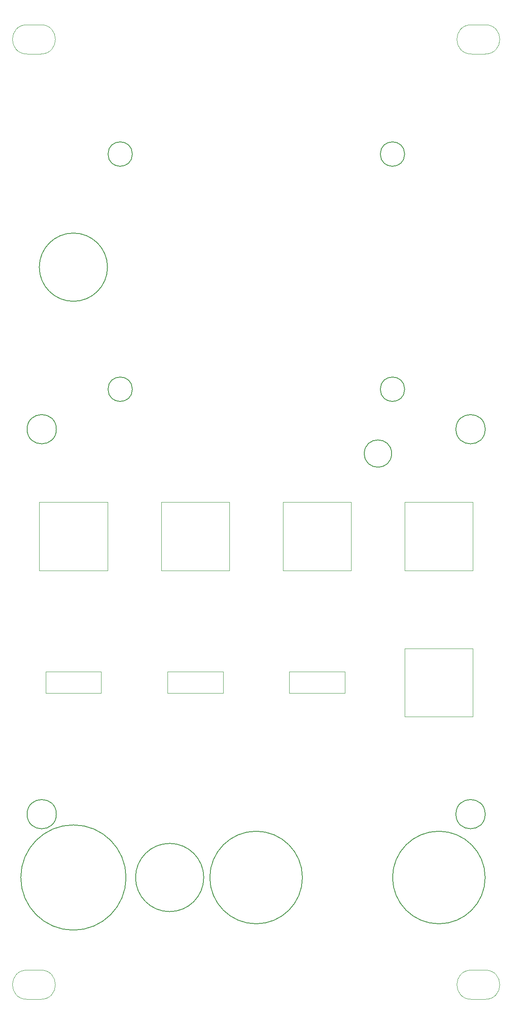
<source format=gbr>
G04 #@! TF.GenerationSoftware,KiCad,Pcbnew,6.0.9-8da3e8f707~117~ubuntu22.04.1*
G04 #@! TF.CreationDate,2022-11-29T22:26:16-05:00*
G04 #@! TF.ProjectId,dso138_panel,64736f31-3338-45f7-9061-6e656c2e6b69,rev?*
G04 #@! TF.SameCoordinates,Original*
G04 #@! TF.FileFunction,Other,Comment*
%FSLAX46Y46*%
G04 Gerber Fmt 4.6, Leading zero omitted, Abs format (unit mm)*
G04 Created by KiCad (PCBNEW 6.0.9-8da3e8f707~117~ubuntu22.04.1) date 2022-11-29 22:26:16*
%MOMM*%
%LPD*%
G01*
G04 APERTURE LIST*
%ADD10C,0.150000*%
%ADD11C,0.100000*%
%ADD12C,0.120000*%
G04 APERTURE END LIST*
D10*
G04 #@! TO.C,H22*
X111700000Y119600000D02*
G75*
G03*
X111700000Y119600000I-2800000J0D01*
G01*
G04 #@! TO.C,H8*
X130900000Y124600000D02*
G75*
G03*
X130900000Y124600000I-3000000J0D01*
G01*
D11*
G04 #@! TO.C,H1*
X39400000Y109600000D02*
X53400000Y109600000D01*
X53400000Y109600000D02*
X53400000Y95600000D01*
X53400000Y95600000D02*
X39400000Y95600000D01*
X39400000Y95600000D02*
X39400000Y109600000D01*
D10*
G04 #@! TO.C,H13*
X42900000Y45600000D02*
G75*
G03*
X42900000Y45600000I-3000000J0D01*
G01*
G04 #@! TO.C,H3*
X42900000Y124600000D02*
G75*
G03*
X42900000Y124600000I-3000000J0D01*
G01*
D11*
G04 #@! TO.C,H16*
X114400000Y79600000D02*
X128400000Y79600000D01*
X128400000Y79600000D02*
X128400000Y65600000D01*
X128400000Y65600000D02*
X114400000Y65600000D01*
X114400000Y65600000D02*
X114400000Y79600000D01*
G04 #@! TO.C,H15*
X114400000Y109600000D02*
X128400000Y109600000D01*
X128400000Y109600000D02*
X128400000Y95600000D01*
X128400000Y95600000D02*
X114400000Y95600000D01*
X114400000Y95600000D02*
X114400000Y109600000D01*
D10*
G04 #@! TO.C,H20*
X114380000Y181060000D02*
G75*
G03*
X114380000Y181060000I-2500000J0D01*
G01*
D11*
G04 #@! TO.C,H2*
X40700000Y74800000D02*
X52100000Y74800000D01*
X52100000Y74800000D02*
X52100000Y70400000D01*
X52100000Y70400000D02*
X40700000Y70400000D01*
X40700000Y70400000D02*
X40700000Y74800000D01*
D10*
G04 #@! TO.C,H19*
X114380000Y132800000D02*
G75*
G03*
X114380000Y132800000I-2500000J0D01*
G01*
G04 #@! TO.C,H4*
X57200000Y32600000D02*
G75*
G03*
X57200000Y32600000I-10800000J0D01*
G01*
G04 #@! TO.C,H9*
X93400000Y32600000D02*
G75*
G03*
X93400000Y32600000I-9500000J0D01*
G01*
G04 #@! TO.C,H18*
X58500000Y132800000D02*
G75*
G03*
X58500000Y132800000I-2500000J0D01*
G01*
D11*
G04 #@! TO.C,H11*
X89400000Y109600000D02*
X103400000Y109600000D01*
X103400000Y109600000D02*
X103400000Y95600000D01*
X103400000Y95600000D02*
X89400000Y95600000D01*
X89400000Y95600000D02*
X89400000Y109600000D01*
D10*
G04 #@! TO.C,H5*
X73150000Y32600000D02*
G75*
G03*
X73150000Y32600000I-7000000J0D01*
G01*
D12*
G04 #@! TO.C,H23*
X36900000Y207600000D02*
X39700000Y207600000D01*
X36900000Y13600000D02*
X39700000Y13600000D01*
X36900000Y201600000D02*
X39700000Y201600000D01*
X36900000Y7600000D02*
X39700000Y7600000D01*
X36900000Y13600000D02*
G75*
G03*
X36900000Y7600000I0J-3000000D01*
G01*
X36900000Y207600000D02*
G75*
G03*
X36900000Y201600000I0J-3000000D01*
G01*
X39700000Y201600000D02*
G75*
G03*
X39700000Y207600000I0J3000000D01*
G01*
X39700000Y7600000D02*
G75*
G03*
X39700000Y13600000I0J3000000D01*
G01*
D10*
G04 #@! TO.C,H21*
X58500000Y181060000D02*
G75*
G03*
X58500000Y181060000I-2500000J0D01*
G01*
G04 #@! TO.C,H14*
X130900000Y32600000D02*
G75*
G03*
X130900000Y32600000I-9500000J0D01*
G01*
D11*
G04 #@! TO.C,H6*
X64400000Y109600000D02*
X78400000Y109600000D01*
X78400000Y109600000D02*
X78400000Y95600000D01*
X78400000Y95600000D02*
X64400000Y95600000D01*
X64400000Y95600000D02*
X64400000Y109600000D01*
D10*
G04 #@! TO.C,H17*
X130900000Y45600000D02*
G75*
G03*
X130900000Y45600000I-3000000J0D01*
G01*
D11*
G04 #@! TO.C,H7*
X65700000Y74800000D02*
X77100000Y74800000D01*
X77100000Y74800000D02*
X77100000Y70400000D01*
X77100000Y70400000D02*
X65700000Y70400000D01*
X65700000Y70400000D02*
X65700000Y74800000D01*
G04 #@! TO.C,H12*
X90700000Y74800000D02*
X102100000Y74800000D01*
X102100000Y74800000D02*
X102100000Y70400000D01*
X102100000Y70400000D02*
X90700000Y70400000D01*
X90700000Y70400000D02*
X90700000Y74800000D01*
D12*
G04 #@! TO.C,H24*
X130900000Y13600000D02*
X128100000Y13600000D01*
X130900000Y201600000D02*
X128100000Y201600000D01*
X130900000Y7600000D02*
X128100000Y7600000D01*
X130900000Y207600000D02*
X128100000Y207600000D01*
X128100000Y13600000D02*
G75*
G03*
X128100000Y7600000I0J-3000000D01*
G01*
X130900000Y201600000D02*
G75*
G03*
X130900000Y207600000I0J3000000D01*
G01*
X128100000Y207600000D02*
G75*
G03*
X128100000Y201600000I0J-3000000D01*
G01*
X130900000Y7600000D02*
G75*
G03*
X130900000Y13600000I0J3000000D01*
G01*
D10*
G04 #@! TO.C,H10*
X53400000Y157850000D02*
G75*
G03*
X53400000Y157850000I-7000000J0D01*
G01*
G04 #@! TD*
M02*

</source>
